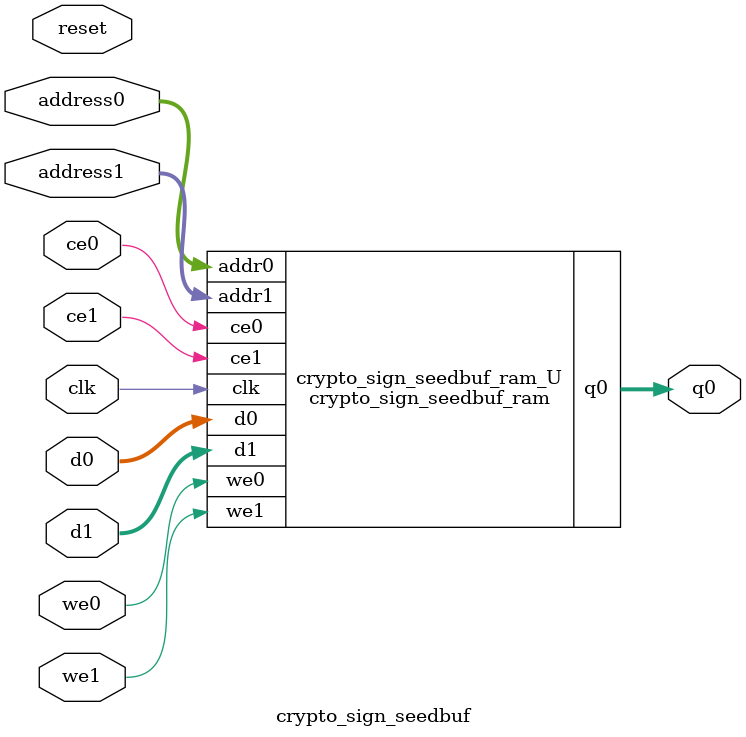
<source format=v>
`timescale 1 ns / 1 ps
module crypto_sign_seedbuf_ram (addr0, ce0, d0, we0, q0, addr1, ce1, d1, we1,  clk);

parameter DWIDTH = 8;
parameter AWIDTH = 8;
parameter MEM_SIZE = 208;

input[AWIDTH-1:0] addr0;
input ce0;
input[DWIDTH-1:0] d0;
input we0;
output reg[DWIDTH-1:0] q0;
input[AWIDTH-1:0] addr1;
input ce1;
input[DWIDTH-1:0] d1;
input we1;
input clk;

(* ram_style = "block" *)reg [DWIDTH-1:0] ram[0:MEM_SIZE-1];




always @(posedge clk)  
begin 
    if (ce0) begin
        if (we0) 
            ram[addr0] <= d0; 
        q0 <= ram[addr0];
    end
end


always @(posedge clk)  
begin 
    if (ce1) begin
        if (we1) 
            ram[addr1] <= d1; 
    end
end


endmodule

`timescale 1 ns / 1 ps
module crypto_sign_seedbuf(
    reset,
    clk,
    address0,
    ce0,
    we0,
    d0,
    q0,
    address1,
    ce1,
    we1,
    d1);

parameter DataWidth = 32'd8;
parameter AddressRange = 32'd208;
parameter AddressWidth = 32'd8;
input reset;
input clk;
input[AddressWidth - 1:0] address0;
input ce0;
input we0;
input[DataWidth - 1:0] d0;
output[DataWidth - 1:0] q0;
input[AddressWidth - 1:0] address1;
input ce1;
input we1;
input[DataWidth - 1:0] d1;



crypto_sign_seedbuf_ram crypto_sign_seedbuf_ram_U(
    .clk( clk ),
    .addr0( address0 ),
    .ce0( ce0 ),
    .we0( we0 ),
    .d0( d0 ),
    .q0( q0 ),
    .addr1( address1 ),
    .ce1( ce1 ),
    .we1( we1 ),
    .d1( d1 ));

endmodule


</source>
